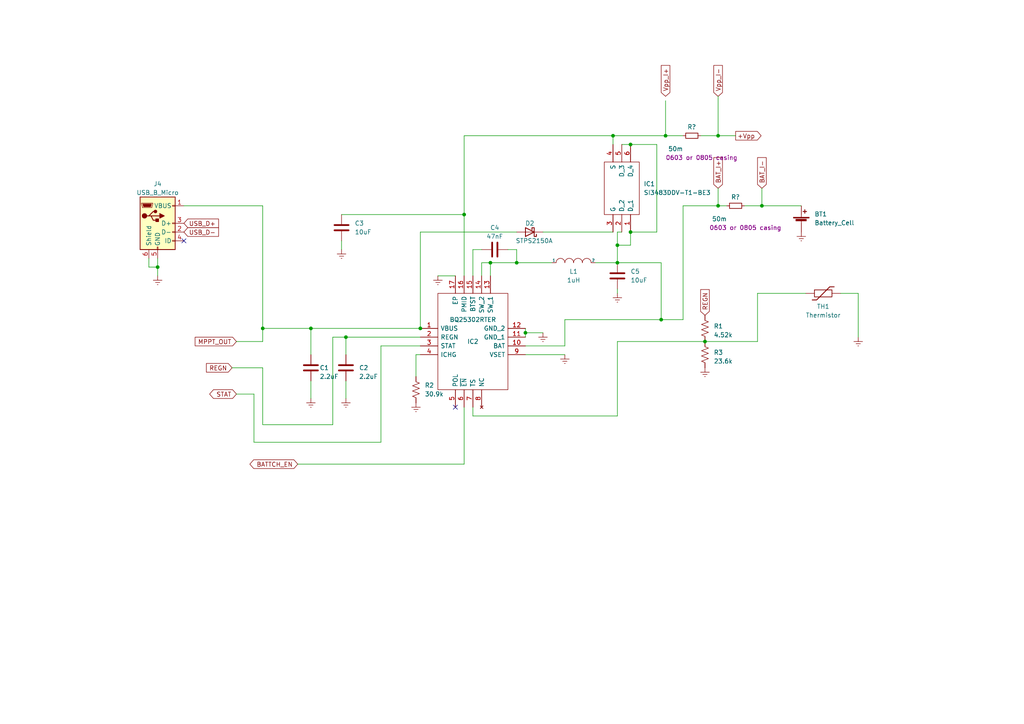
<source format=kicad_sch>
(kicad_sch (version 20230121) (generator eeschema)
  (paper "A4")
  (lib_symbols
    (symbol "Connector:USB_B_Micro" (pin_names (offset 1.016))
      (property "Reference" "J" (at -5.08 11.43 0))
      (property "Value" "USB_B_Micro" (at -5.08 8.89 0))
      (symbol "USB_B_Micro_0_1"
        (rectangle (start -5.08 -7.62) (end 5.08 7.62) (stroke (width 0.254)) (fill (type background)))
        (circle (center -3.81 2.159) (radius 0.635) (stroke (width 0.254)) (fill (type outline)))
        (circle (center -0.635 3.429) (radius 0.381) (stroke (width 0.254)) (fill (type outline)))
        (rectangle (start -0.127 -7.62) (end 0.127 -6.858))
        (polyline (pts (xy -1.905 2.159) (xy 0.635 2.159)) (stroke (width 0.254)))
        (polyline (pts (xy -3.175 2.159) (xy -2.54 2.159) (xy -1.27 3.429) (xy -0.635 3.429)) (stroke (width 0.254)))
        (polyline (pts (xy -2.54 2.159) (xy -1.905 2.159) (xy -1.27 0.889) (xy 0 0.889)) (stroke (width 0.254)))
        (polyline (pts (xy 0.635 2.794) (xy 0.635 1.524) (xy 1.905 2.159) (xy 0.635 2.794)) (stroke (width 0.254)) (fill (type outline)))
        (polyline (pts (xy -4.318 5.588) (xy -1.778 5.588) (xy -2.032 4.826) (xy -4.064 4.826) (xy -4.318 5.588)) (fill (type outline)))
        (polyline (pts (xy -4.699 5.842) (xy -4.699 5.588) (xy -4.445 4.826) (xy -4.445 4.572) (xy -1.651 4.572) (xy -1.651 4.826) (xy -1.397 5.588) (xy -1.397 5.842) (xy -4.699 5.842)))
        (rectangle (start 0.254 1.27) (end -0.508 0.508) (stroke (width 0.254)) (fill (type outline)))
        (rectangle (start 5.08 -5.207) (end 4.318 -4.953))
        (rectangle (start 5.08 -2.667) (end 4.318 -2.413))
        (rectangle (start 5.08 -0.127) (end 4.318 0.127))
        (rectangle (start 5.08 4.953) (end 4.318 5.207))
      )
      (symbol "USB_B_Micro_1_1"
        (pin power_out line (at 7.62 5.08 180) (length 2.54) (name "VBUS") (number "1"))
        (pin bidirectional line (at 7.62 -2.54 180) (length 2.54) (name "D-") (number "2"))
        (pin bidirectional line (at 7.62 0 180) (length 2.54) (name "D+") (number "3"))
        (pin passive line (at 7.62 -5.08 180) (length 2.54) (name "ID") (number "4"))
        (pin power_out line (at 0 -10.16 90) (length 2.54) (name "GND") (number "5"))
        (pin passive line (at -2.54 -10.16 90) (length 2.54) (name "Shield") (number "6"))
      )
    )
    (symbol "Device:Battery_Cell" (pin_numbers hide) (pin_names (offset 0) hide)
      (property "Reference" "BT" (at 2.54 2.54 0))
      (property "Value" "Battery_Cell" (at 2.54 0 0))
      (symbol "Battery_Cell_0_1"
        (rectangle (start -2.286 1.778) (end 2.286 1.524) (fill (type outline)))
        (rectangle (start -1.5748 1.1938) (end 1.4732 0.6858) (fill (type outline)))
        (polyline (pts (xy 0 0.762) (xy 0 0)))
        (polyline (pts (xy 0 1.778) (xy 0 2.54)))
        (polyline (pts (xy 0.508 3.429) (xy 1.524 3.429)) (stroke (width 0.254)))
        (polyline (pts (xy 1.016 3.937) (xy 1.016 2.921)) (stroke (width 0.254)))
      )
      (symbol "Battery_Cell_1_1"
        (pin passive line (at 0 5.08 270) (length 2.54) (name "+") (number "1"))
        (pin passive line (at 0 -2.54 90) (length 2.54) (name "-") (number "2"))
      )
    )
    (symbol "Device:C" (pin_numbers hide) (pin_names (offset 0.254))
      (property "Reference" "C" (at 0.635 2.54 0))
      (property "Value" "C" (at 0.635 -2.54 0))
      (symbol "C_0_1"
        (polyline (pts (xy -2.032 -0.762) (xy 2.032 -0.762)) (stroke (width 0.508)))
        (polyline (pts (xy -2.032 0.762) (xy 2.032 0.762)) (stroke (width 0.508)))
      )
      (symbol "C_1_1"
        (pin passive line (at 0 3.81 270) (length 2.794) (name "~") (number "1"))
        (pin passive line (at 0 -3.81 90) (length 2.794) (name "~") (number "2"))
      )
    )
    (symbol "Device:D_Schottky" (pin_numbers hide) (pin_names (offset 1.016) hide)
      (property "Reference" "D" (at 0 2.54 0))
      (property "Value" "D_Schottky" (at 0 -2.54 0))
      (symbol "D_Schottky_0_1"
        (polyline (pts (xy 1.27 0) (xy -1.27 0)))
        (polyline (pts (xy 1.27 1.27) (xy 1.27 -1.27) (xy -1.27 0) (xy 1.27 1.27)) (stroke (width 0.254)))
        (polyline (pts (xy -1.905 0.635) (xy -1.905 1.27) (xy -1.27 1.27) (xy -1.27 -1.27) (xy -0.635 -1.27) (xy -0.635 -0.635)) (stroke (width 0.254)))
      )
      (symbol "D_Schottky_1_1"
        (pin passive line (at -3.81 0 0) (length 2.54) (name "K") (number "1"))
        (pin passive line (at 3.81 0 180) (length 2.54) (name "A") (number "2"))
      )
    )
    (symbol "Device:R_Small" (pin_numbers hide) (pin_names (offset 0.254) hide)
      (property "Reference" "R" (at 0.762 0.508 0))
      (property "Value" "R_Small" (at 0.762 -1.016 0))
      (symbol "R_Small_0_1"
        (rectangle (start -0.762 1.778) (end 0.762 -1.778) (stroke (width 0.2032)))
      )
      (symbol "R_Small_1_1"
        (pin passive line (at 0 2.54 270) (length 0.762) (name "~") (number "1"))
        (pin passive line (at 0 -2.54 90) (length 0.762) (name "~") (number "2"))
      )
    )
    (symbol "Device:R_US" (pin_numbers hide) (pin_names (offset 0))
      (property "Reference" "R" (at 2.54 0 90))
      (property "Value" "R_US" (at -2.54 0 90))
      (symbol "R_US_0_1"
        (polyline (pts (xy 0 -2.286) (xy 0 -2.54)))
        (polyline (pts (xy 0 2.286) (xy 0 2.54)))
        (polyline (pts (xy 0 -0.762) (xy 1.016 -1.143) (xy 0 -1.524) (xy -1.016 -1.905) (xy 0 -2.286)))
        (polyline (pts (xy 0 0.762) (xy 1.016 0.381) (xy 0 0) (xy -1.016 -0.381) (xy 0 -0.762)))
        (polyline (pts (xy 0 2.286) (xy 1.016 1.905) (xy 0 1.524) (xy -1.016 1.143) (xy 0 0.762)))
      )
      (symbol "R_US_1_1"
        (pin passive line (at 0 3.81 270) (length 1.27) (name "~") (number "1"))
        (pin passive line (at 0 -3.81 90) (length 1.27) (name "~") (number "2"))
      )
    )
    (symbol "Device:Thermistor" (pin_numbers hide) (pin_names (offset 0))
      (property "Reference" "TH" (at 2.54 1.27 90))
      (property "Value" "Thermistor" (at -2.54 0 90))
      (symbol "Thermistor_0_1"
        (rectangle (start -1.016 2.54) (end 1.016 -2.54) (stroke (width 0.2032)))
        (polyline (pts (xy -1.905 3.175) (xy -1.905 1.905) (xy 1.905 -1.905) (xy 1.905 -3.175) (xy 1.905 -3.175)) (stroke (width 0.254)))
      )
      (symbol "Thermistor_1_1"
        (pin passive line (at 0 5.08 270) (length 2.54) (name "~") (number "1"))
        (pin passive line (at 0 -5.08 90) (length 2.54) (name "~") (number "2"))
      )
    )
    (symbol "PFET SI3483DDV-T1-BE3:SI3483DDV-T1-BE3" (pin_names (offset 0.762))
      (property "Reference" "IC" (at 21.59 7.62 0))
      (property "Value" "SI3483DDV-T1-BE3" (at 21.59 5.08 0))
      (symbol "SI3483DDV-T1-BE3_0_0"
        (pin passive line (at 0 0 0) (length 5.08) (name "D_1") (number "1"))
        (pin passive line (at 0 -2.54 0) (length 5.08) (name "D_2") (number "2"))
        (pin passive line (at 0 -5.08 0) (length 5.08) (name "G") (number "3"))
        (pin passive line (at 25.4 -5.08 180) (length 5.08) (name "S") (number "4"))
        (pin passive line (at 25.4 -2.54 180) (length 5.08) (name "D_3") (number "5"))
        (pin passive line (at 25.4 0 180) (length 5.08) (name "D_4") (number "6"))
      )
      (symbol "SI3483DDV-T1-BE3_0_1"
        (polyline (pts (xy 5.08 2.54) (xy 20.32 2.54) (xy 20.32 -7.62) (xy 5.08 -7.62) (xy 5.08 2.54)) (stroke (width 0.1524)))
      )
    )
    (symbol "batt ch:BQ25302RTER" (pin_names (offset 0.762))
      (property "Reference" "IC" (at 26.67 15.24 0))
      (property "Value" "BQ25302RTER" (at 26.67 12.7 0))
      (symbol "BQ25302RTER_0_0"
        (pin passive line (at 0 0 0) (length 5.08) (name "VBUS") (number "1"))
        (pin passive line (at 30.48 -5.08 180) (length 5.08) (name "BAT") (number "10"))
        (pin passive line (at 30.48 -2.54 180) (length 5.08) (name "GND_1") (number "11"))
        (pin passive line (at 30.48 0 180) (length 5.08) (name "GND_2") (number "12"))
        (pin passive line (at 20.32 15.24 270) (length 5.08) (name "SW_1") (number "13"))
        (pin passive line (at 17.78 15.24 270) (length 5.08) (name "SW_2") (number "14"))
        (pin passive line (at 15.24 15.24 270) (length 5.08) (name "BTST") (number "15"))
        (pin passive line (at 12.7 15.24 270) (length 5.08) (name "PMID") (number "16"))
        (pin passive line (at 10.16 15.24 270) (length 5.08) (name "EP") (number "17"))
        (pin passive line (at 0 -2.54 0) (length 5.08) (name "REGN") (number "2"))
        (pin passive line (at 0 -5.08 0) (length 5.08) (name "STAT") (number "3"))
        (pin passive line (at 0 -7.62 0) (length 5.08) (name "ICHG") (number "4"))
        (pin passive line (at 10.16 -22.86 90) (length 5.08) (name "POL") (number "5"))
        (pin passive line (at 12.7 -22.86 90) (length 5.08) (name "~{EN}") (number "6"))
        (pin passive line (at 15.24 -22.86 90) (length 5.08) (name "TS") (number "7"))
        (pin no_connect line (at 17.78 -22.86 90) (length 5.08) (name "NC") (number "8"))
        (pin passive line (at 30.48 -7.62 180) (length 5.08) (name "VSET") (number "9"))
      )
      (symbol "BQ25302RTER_0_1"
        (polyline (pts (xy 5.08 10.16) (xy 25.4 10.16) (xy 25.4 -17.78) (xy 5.08 -17.78) (xy 5.08 10.16)) (stroke (width 0.1524)))
      )
    )
    (symbol "power:Earth" (power) (pin_numbers hide) (pin_names (offset 0) hide)
      (symbol "Earth_0_1"
        (polyline (pts (xy -0.635 -1.905) (xy 0.635 -1.905)))
        (polyline (pts (xy -0.127 -2.54) (xy 0.127 -2.54)))
        (polyline (pts (xy 0 -1.27) (xy 0 0)))
        (polyline (pts (xy 1.27 -1.27) (xy -1.27 -1.27)))
      )
      (symbol "Earth_1_1"
        (pin power_in line (at 0 0 270) (length 0) hide (name "Earth") (number "1"))
      )
    )
    (symbol "pspice:INDUCTOR" (pin_numbers hide) (pin_names (offset 0))
      (property "Reference" "L" (at 0 2.54 0))
      (property "Value" "INDUCTOR" (at 0 -1.27 0))
      (symbol "INDUCTOR_0_1"
        (arc (start -2.54 0) (mid -3.81 1.2645) (end -5.08 0))
        (arc (start 0 0) (mid -1.27 1.2645) (end -2.54 0))
        (arc (start 2.54 0) (mid 1.27 1.2645) (end 0 0))
        (arc (start 5.08 0) (mid 3.81 1.2645) (end 2.54 0))
      )
      (symbol "INDUCTOR_1_1"
        (pin input line (at -6.35 0 0) (length 1.27) (name "1") (number "1"))
        (pin input line (at 6.35 0 180) (length 1.27) (name "2") (number "2"))
      )
    )
  )
  (junction (at 220.98 59.69))
  (junction (at 204.47 99.06))
  (junction (at 193.04 39.37))
  (junction (at 179.07 71.12))
  (junction (at 134.62 62.23))
  (junction (at 90.17 95.25))
  (junction (at 121.92 95.25))
  (junction (at 177.8 39.37))
  (junction (at 182.88 41.91))
  (junction (at 45.72 77.47))
  (junction (at 191.77 92.71))
  (junction (at 182.88 67.31))
  (junction (at 149.86 76.2))
  (junction (at 76.2 95.25))
  (junction (at 152.4 96.52))
  (junction (at 142.24 76.2))
  (junction (at 208.28 39.37))
  (junction (at 208.28 59.69))
  (junction (at 179.07 76.2))
  (junction (at 100.33 97.79))
  (no_connect (at 53.34 69.85))
  (no_connect (at 132.08 118.11))
  (bus_entry (at 321.31 36.83) (size 2.54 2.54))
  (wire (pts (xy 90.17 110.49) (xy 90.17 115.57)))
  (wire (pts (xy 68.58 99.06) (xy 76.2 99.06)))
  (wire (pts (xy 86.36 134.62) (xy 134.62 134.62)))
  (wire (pts (xy 198.12 59.69) (xy 198.12 92.71)))
  (wire (pts (xy 76.2 99.06) (xy 76.2 95.25)))
  (wire (pts (xy 152.4 95.25) (xy 152.4 96.52)))
  (wire (pts (xy 100.33 110.49) (xy 100.33 115.57)))
  (wire (pts (xy 43.18 74.93) (xy 43.18 77.47)))
  (wire (pts (xy 121.92 100.33) (xy 110.49 100.33)))
  (wire (pts (xy 163.83 92.71) (xy 191.77 92.71)))
  (wire (pts (xy 149.86 67.31) (xy 121.92 67.31)))
  (wire (pts (xy 179.07 67.31) (xy 180.34 67.31)))
  (wire (pts (xy 248.92 85.09) (xy 248.92 97.79)))
  (wire (pts (xy 219.71 85.09) (xy 233.68 85.09)))
  (wire (pts (xy 45.72 74.93) (xy 45.72 77.47)))
  (wire (pts (xy 179.07 120.65) (xy 179.07 99.06)))
  (wire (pts (xy 45.72 77.47) (xy 45.72 80.01)))
  (wire (pts (xy 137.16 118.11) (xy 137.16 120.65)))
  (wire (pts (xy 180.34 41.91) (xy 182.88 41.91)))
  (wire (pts (xy 53.34 59.69) (xy 76.2 59.69)))
  (wire (pts (xy 163.83 92.71) (xy 163.83 100.33)))
  (wire (pts (xy 179.07 76.2) (xy 191.77 76.2)))
  (wire (pts (xy 219.71 99.06) (xy 219.71 85.09)))
  (wire (pts (xy 139.7 80.01) (xy 139.7 76.2)))
  (wire (pts (xy 190.5 41.91) (xy 190.5 67.31)))
  (wire (pts (xy 179.07 71.12) (xy 179.07 76.2)))
  (wire (pts (xy 149.86 76.2) (xy 160.02 76.2)))
  (wire (pts (xy 179.07 83.82) (xy 179.07 85.09)))
  (wire (pts (xy 142.24 76.2) (xy 149.86 76.2)))
  (wire (pts (xy 73.66 114.3) (xy 68.58 114.3)))
  (wire (pts (xy 182.88 67.31) (xy 190.5 67.31)))
  (wire (pts (xy 76.2 95.25) (xy 90.17 95.25)))
  (wire (pts (xy 110.49 100.33) (xy 110.49 128.27)))
  (wire (pts (xy 177.8 39.37) (xy 177.8 41.91)))
  (wire (pts (xy 177.8 39.37) (xy 193.04 39.37)))
  (wire (pts (xy 100.33 97.79) (xy 100.33 102.87)))
  (wire (pts (xy 73.66 128.27) (xy 110.49 128.27)))
  (wire (pts (xy 182.88 67.31) (xy 182.88 71.12)))
  (wire (pts (xy 191.77 92.71) (xy 191.77 76.2)))
  (wire (pts (xy 139.7 76.2) (xy 142.24 76.2)))
  (wire (pts (xy 149.86 72.39) (xy 149.86 76.2)))
  (wire (pts (xy 134.62 118.11) (xy 134.62 134.62)))
  (wire (pts (xy 121.92 102.87) (xy 120.65 102.87)))
  (wire (pts (xy 220.98 54.61) (xy 220.98 59.69)))
  (wire (pts (xy 67.31 106.68) (xy 76.2 106.68)))
  (wire (pts (xy 243.84 85.09) (xy 248.92 85.09)))
  (wire (pts (xy 157.48 67.31) (xy 177.8 67.31)))
  (wire (pts (xy 134.62 39.37) (xy 134.62 62.23)))
  (wire (pts (xy 142.24 80.01) (xy 142.24 76.2)))
  (wire (pts (xy 139.7 72.39) (xy 137.16 72.39)))
  (wire (pts (xy 96.52 97.79) (xy 100.33 97.79)))
  (wire (pts (xy 127 80.01) (xy 132.08 80.01)))
  (wire (pts (xy 204.47 99.06) (xy 219.71 99.06)))
  (wire (pts (xy 193.04 39.37) (xy 198.12 39.37)))
  (wire (pts (xy 152.4 100.33) (xy 163.83 100.33)))
  (wire (pts (xy 152.4 102.87) (xy 163.83 102.87)))
  (wire (pts (xy 121.92 67.31) (xy 121.92 95.25)))
  (wire (pts (xy 208.28 54.61) (xy 208.28 59.69)))
  (wire (pts (xy 208.28 59.69) (xy 210.82 59.69)))
  (wire (pts (xy 208.28 39.37) (xy 213.36 39.37)))
  (wire (pts (xy 203.2 39.37) (xy 208.28 39.37)))
  (wire (pts (xy 152.4 96.52) (xy 152.4 97.79)))
  (wire (pts (xy 172.72 76.2) (xy 179.07 76.2)))
  (wire (pts (xy 198.12 59.69) (xy 208.28 59.69)))
  (wire (pts (xy 137.16 72.39) (xy 137.16 80.01)))
  (wire (pts (xy 43.18 77.47) (xy 45.72 77.47)))
  (wire (pts (xy 182.88 71.12) (xy 179.07 71.12)))
  (wire (pts (xy 100.33 97.79) (xy 121.92 97.79)))
  (wire (pts (xy 76.2 106.68) (xy 76.2 123.19)))
  (wire (pts (xy 120.65 102.87) (xy 120.65 109.22)))
  (wire (pts (xy 73.66 114.3) (xy 73.66 128.27)))
  (wire (pts (xy 76.2 59.69) (xy 76.2 95.25)))
  (wire (pts (xy 134.62 39.37) (xy 177.8 39.37)))
  (wire (pts (xy 208.28 27.94) (xy 208.28 39.37)))
  (wire (pts (xy 220.98 59.69) (xy 232.41 59.69)))
  (wire (pts (xy 99.06 69.85) (xy 99.06 72.39)))
  (wire (pts (xy 76.2 123.19) (xy 96.52 123.19)))
  (wire (pts (xy 147.32 72.39) (xy 149.86 72.39)))
  (wire (pts (xy 90.17 95.25) (xy 121.92 95.25)))
  (wire (pts (xy 191.77 92.71) (xy 198.12 92.71)))
  (wire (pts (xy 193.04 29.21) (xy 193.04 39.37)))
  (wire (pts (xy 96.52 97.79) (xy 96.52 123.19)))
  (wire (pts (xy 179.07 67.31) (xy 179.07 71.12)))
  (wire (pts (xy 134.62 80.01) (xy 134.62 62.23)))
  (wire (pts (xy 152.4 96.52) (xy 157.48 96.52)))
  (wire (pts (xy 182.88 41.91) (xy 190.5 41.91)))
  (wire (pts (xy 90.17 95.25) (xy 90.17 102.87)))
  (wire (pts (xy 137.16 120.65) (xy 179.07 120.65)))
  (wire (pts (xy 179.07 99.06) (xy 204.47 99.06)))
  (wire (pts (xy 215.9 59.69) (xy 220.98 59.69)))
  (wire (pts (xy 99.06 62.23) (xy 134.62 62.23)))
  (global_label "+Vpp" (shape output) (at 213.36 39.37 0) (property "Intersheetrefs" "${INTERSHEET_REFS}" (effects hide)))
  (global_label "USB_D+" (shape input) (at 53.34 64.77 0) (property "Intersheetrefs" "${INTERSHEET_REFS}" (effects hide)))
  (global_label "REGN" (shape input) (at 67.31 106.68 180) (property "Intersheetrefs" "${INTERSHEET_REFS}" (effects hide)))
  (global_label "Vpp_I-" (shape input) (at 208.28 27.94 90) (property "Intersheetrefs" "${INTERSHEET_REFS}" (effects hide)))
  (global_label "STAT" (shape bidirectional) (at 68.58 114.3 180) (property "Intersheetrefs" "${INTERSHEET_REFS}" (effects hide)))
  (global_label "USB_D-" (shape input) (at 53.34 67.31 0) (property "Intersheetrefs" "${INTERSHEET_REFS}" (effects hide)))
  (global_label "BATTCH_EN" (shape bidirectional) (at 86.36 134.62 180) (property "Intersheetrefs" "${INTERSHEET_REFS}" (effects hide)))
  (global_label "BAT_I+" (shape input) (at 208.28 54.61 90) (property "Intersheetrefs" "${INTERSHEET_REFS}" (effects hide)))
  (global_label "REGN" (shape input) (at 204.47 91.44 90) (property "Intersheetrefs" "${INTERSHEET_REFS}" (effects hide)))
  (global_label "MPPT_OUT" (shape input) (at 68.58 99.06 180) (property "Intersheetrefs" "${INTERSHEET_REFS}" (effects hide)))
  (global_label "Vpp_I+" (shape input) (at 193.04 27.94 90) (property "Intersheetrefs" "${INTERSHEET_REFS}" (effects hide)))
  (global_label "BAT_I-" (shape input) (at 220.98 54.61 90) (property "Intersheetrefs" "${INTERSHEET_REFS}" (effects hide)))
  (symbol (lib_id "Device:R_US") (at 204.47 95.25 180) (unit 1)
    (property "Reference" "R1" (at 207.01 94.615 0) (effects (justify right)))
    (property "Value" "4.52k" (at 207.01 97.155 0) (effects (justify right)))
    (property "Footprint" "rst 30.9k:RC0603FR-0730K9L" (effects hide))
    (instances (project "charg" (path "" (reference "R1") (unit 1))) (project "pcb" (path "" (reference "R24") (unit 1))))
  )
  (symbol (lib_id "Device:C") (at 90.17 106.68 0) (unit 1)
    (property "Reference" "C1" (at 92.71 106.68 0) (effects (justify left)))
    (property "Value" "2.2uF" (at 92.71 109.22 0) (effects (justify left)))
    (property "Footprint" "2.2uF:CAPC0603X33N" (effects hide))
    (instances (project "charg" (path "" (reference "C1") (unit 1))) (project "pcb" (path "" (reference "C5") (unit 1))))
  )
  (symbol (lib_id "Device:Thermistor") (at 238.76 85.09 90) (unit 1)
    (property "Reference" "TH1" (at 238.76 88.9 90))
    (property "Value" "Thermistor" (at 238.76 91.44 90))
    (property "Footprint" "Thermmy:103AT2" (effects hide))
  )
  (symbol (lib_id "Device:R_US") (at 204.47 102.87 180) (unit 1)
    (property "Reference" "R3" (at 207.01 102.235 0) (effects (justify right)))
    (property "Value" "23.6k" (at 207.01 104.775 0) (effects (justify right)))
    (property "Footprint" "rst 30.9k:RC0603FR-0730K9L" (effects hide))
    (instances (project "charg" (path "" (reference "R3") (unit 1))) (project "pcb" (path "" (reference "R25") (unit 1))))
  )
  (symbol (lib_id "pspice:INDUCTOR") (at 166.37 76.2 0) (unit 1)
    (property "Reference" "L1" (at 166.37 78.74 0))
    (property "Value" "1uH" (at 166.37 81.28 0))
    (property "Footprint" "1uH indc:IHHP0805ZHER1R0M01" (effects hide))
    (instances (project "charg" (path "" (reference "L1") (unit 1))) (project "pcb" (path "" (reference "L5") (unit 1))))
  )
  (symbol (lib_id "power:Earth") (at 45.72 80.01 0) (unit 1)
    (property "Reference" "#PWR04" (effects hide))
    (property "Value" "Earth" (effects hide))
  )
  (symbol (lib_id "Device:C") (at 179.07 80.01 0) (unit 1)
    (property "Reference" "C5" (at 182.88 78.7399 0) (effects (justify left)))
    (property "Value" "10uF" (at 182.88 81.2799 0) (effects (justify left)))
    (property "Footprint" "10uF MLCC:CAPC2012X94N" (effects hide))
    (instances (project "charg" (path "" (reference "C5") (unit 1))) (project "pcb" (path "" (reference "C33") (unit 1))))
  )
  (symbol (lib_id "power:Earth") (at 179.07 85.09 0) (unit 1)
    (property "Reference" "#PWR08" (effects hide))
    (property "Value" "Earth" (effects hide))
    (instances (project "charg" (path "" (reference "#PWR08") (unit 1))) (project "pcb" (path "" (reference "#PWR044") (unit 1))))
  )
  (symbol (lib_id "power:Earth") (at 157.48 96.52 0) (unit 1)
    (property "Reference" "#PWR06" (effects hide))
    (property "Value" "Earth" (effects hide))
    (instances (project "charg" (path "" (reference "#PWR06") (unit 1))) (project "pcb" (path "" (reference "#PWR042") (unit 1))))
  )
  (symbol (lib_id "Device:R_Small") (at 213.36 59.69 90) (unit 1)
    (property "Reference" "R?" (at 214.63 57.15 90) (effects (justify left)))
    (property "Value" "50m" (at 210.82 63.5 90) (effects (justify left)))
    (property "Footprint" "Resistor_SMD:R_0805_2012Metric" (effects hide))
    (property "Field4" "0603 or 0805 casing" (at 205.74 66.04 90) (effects (justify right)))
    (instances (project "FinalBoardCircuits" (path "" (reference "R?") (unit 1))) (project "pcb" (path "" (reference "R56") (unit 1)) (path "" (reference "R57") (unit 1))))
  )
  (symbol (lib_id "Device:D_Schottky") (at 153.67 67.31 180) (unit 1)
    (property "Reference" "D2" (at 153.67 64.77 0))
    (property "Value" "STPS2150A" (at 154.94 69.85 0))
    (property "Footprint" "Schottky DD with stock:DIOM5126X265N" (effects hide))
    (instances (project "charg" (path "" (reference "D2") (unit 1))) (project "pcb" (path "" (reference "D5") (unit 1))))
  )
  (symbol (lib_id "power:Earth") (at 90.17 115.57 0) (unit 1)
    (property "Reference" "#PWR01" (effects hide))
    (property "Value" "Earth" (effects hide))
    (instances (project "charg" (path "" (reference "#PWR01") (unit 1))) (project "pcb" (path "" (reference "#PWR02") (unit 1))))
  )
  (symbol (lib_id "power:Earth") (at 248.92 97.79 0) (unit 1)
    (property "Reference" "#PWR05" (effects hide))
    (property "Value" "Earth" (effects hide))
    (instances (project "charg" (path "" (reference "#PWR05") (unit 1))) (project "pcb" (path "" (reference "#PWR061") (unit 1))))
  )
  (symbol (lib_id "Connector:USB_B_Micro") (at 45.72 64.77 0) (unit 1)
    (property "Reference" "J4" (at 45.72 53.34 0))
    (property "Value" "USB_B_Micro" (at 45.72 55.88 0))
    (property "Footprint" "usbb:USB_Micro-B_Amphenol_10118194_Horizontal" (effects hide))
  )
  (symbol (lib_id "power:Earth") (at 120.65 116.84 0) (unit 1)
    (property "Reference" "#PWR04" (effects hide))
    (property "Value" "Earth" (effects hide))
    (instances (project "charg" (path "" (reference "#PWR04") (unit 1))) (project "pcb" (path "" (reference "#PWR040") (unit 1))))
  )
  (symbol (lib_id "batt ch:BQ25302RTER") (at 121.92 95.25 0) (unit 1)
    (property "Reference" "IC2" (at 137.16 99.06 0))
    (property "Value" "BQ25302RTER" (at 137.16 92.71 0))
    (property "Footprint" "Charger bq 25302:QFN50P300X300X80-17N-D" (effects hide))
    (property "Datasheet" "https://www.ti.com/lit/gpn/bq25302?HQS=ti-null-null-sf-df-pf-sep-wwe&DCM=yes" (effects hide))
    (property "Description" "Battery Management Standalone single cell 2.0-A buck battery charger 16-WQFN -40 to 85" (effects hide))
    (property "Height" "0.8" (effects hide))
    (property "Mouser Part Number" "595-BQ25302RTER" (effects hide))
    (property "Mouser Price/Stock" "https://www.mouser.co.uk/ProductDetail/Texas-Instruments/BQ25302RTER?qs=T94vaHKWudT5T0v43I60Mg%3D%3D" (effects hide))
    (property "Manufacturer_Name" "Texas Instruments" (effects hide))
    (property "Manufacturer_Part_Number" "BQ25302RTER" (effects hide))
    (instances (project "charg" (path "" (reference "IC2") (unit 1))) (project "pcb" (path "" (reference "IC1") (unit 1))))
  )
  (symbol (lib_id "Device:R_Small") (at 200.66 39.37 90) (unit 1)
    (property "Reference" "R?" (at 201.93 36.83 90) (effects (justify left)))
    (property "Value" "50m" (at 198.12 43.18 90) (effects (justify left)))
    (property "Footprint" "Resistor_SMD:R_0805_2012Metric" (effects hide))
    (property "Field4" "0603 or 0805 casing" (at 193.04 45.72 90) (effects (justify right)))
    (instances (project "FinalBoardCircuits" (path "" (reference "R?") (unit 1))) (project "pcb" (path "" (reference "R56") (unit 1)) (path "" (reference "R58") (unit 1))))
  )
  (symbol (lib_id "Device:R_US") (at 120.65 113.03 180) (unit 1)
    (property "Reference" "R2" (at 123.19 111.7599 0) (effects (justify right)))
    (property "Value" "30.9k" (at 123.19 114.2999 0) (effects (justify right)))
    (property "Footprint" "rst 30.9k:RC0603FR-0730K9L" (effects hide))
    (instances (project "charg" (path "" (reference "R2") (unit 1))) (project "pcb" (path "" (reference "R5") (unit 1))))
  )
  (symbol (lib_id "Device:C") (at 143.51 72.39 90) (unit 1)
    (property "Reference" "C4" (at 143.51 66.04 90))
    (property "Value" "47nF" (at 143.51 68.58 90))
    (property "Footprint" "47nF:C1005_Commercial" (effects hide))
    (instances (project "charg" (path "" (reference "C4") (unit 1))) (project "pcb" (path "" (reference "C32") (unit 1))))
  )
  (symbol (lib_id "Device:Battery_Cell") (at 232.41 64.77 0) (unit 1)
    (property "Reference" "BT1" (at 236.22 62.103 0) (effects (justify left)))
    (property "Value" "Battery_Cell" (at 236.22 64.643 0) (effects (justify left)))
    (property "Footprint" "Battery:BatteryHolder_Keystone_1042_1x18650" (effects hide))
  )
  (symbol (lib_id "power:Earth") (at 163.83 102.87 0) (unit 1)
    (property "Reference" "#PWR07" (effects hide))
    (property "Value" "Earth" (effects hide))
    (instances (project "charg" (path "" (reference "#PWR07") (unit 1))) (project "pcb" (path "" (reference "#PWR043") (unit 1))))
  )
  (symbol (lib_id "power:Earth") (at 100.33 115.57 0) (unit 1)
    (property "Reference" "#PWR02" (effects hide))
    (property "Value" "Earth" (effects hide))
    (instances (project "charg" (path "" (reference "#PWR02") (unit 1))) (project "pcb" (path "" (reference "#PWR039") (unit 1))))
  )
  (symbol (lib_id "PFET SI3483DDV-T1-BE3:SI3483DDV-T1-BE3") (at 182.88 67.31 270) (mirror x) (unit 1)
    (property "Reference" "IC1" (at 186.69 53.3399 90) (effects (justify left)))
    (property "Value" "SI3483DDV-T1-BE3" (at 186.69 55.8799 90) (effects (justify left)))
    (property "Footprint" "PFET:SOT95P284X110-6N" (effects hide))
    (property "Description" "MOSFET P-CHANNEL 30-V (D-S)" (effects hide))
    (property "Height" "1.1" (effects hide))
    (property "Mouser Part Number" "78-SI3483DDV-T1-BE3" (effects hide))
    (property "Mouser Price/Stock" "https://www.mouser.co.uk/ProductDetail/Vishay-Siliconix/SI3483DDV-T1-BE3?qs=CiayqK2gdcISfQJWSfJFHA%3D%3D" (effects hide))
    (property "Manufacturer_Name" "Vishay" (effects hide))
    (property "Manufacturer_Part_Number" "SI3483DDV-T1-BE3" (effects hide))
    (instances (project "charg" (path "" (reference "IC1") (unit 1))) (project "pcb" (path "" (reference "IC3") (unit 1))))
  )
  (symbol (lib_id "Device:C") (at 100.33 106.68 0) (unit 1)
    (property "Reference" "C2" (at 104.14 106.68 0) (effects (justify left)))
    (property "Value" "2.2uF" (at 104.14 109.22 0) (effects (justify left)))
    (property "Footprint" "2.2uF:CAPC0603X33N" (effects hide))
    (instances (project "charg" (path "" (reference "C2") (unit 1))) (project "pcb" (path "" (reference "C31") (unit 1))))
  )
  (symbol (lib_id "power:Earth") (at 232.41 67.31 0) (unit 1)
    (property "Reference" "#PWR05" (effects hide))
    (property "Value" "Earth" (effects hide))
    (instances (project "charg" (path "" (reference "#PWR05") (unit 1))) (project "pcb" (path "" (reference "#PWR062") (unit 1))))
  )
  (symbol (lib_id "power:Earth") (at 127 80.01 0) (unit 1)
    (property "Reference" "#PWR010" (effects hide))
    (property "Value" "Earth" (effects hide))
    (instances (project "charg" (path "" (reference "#PWR010") (unit 1))) (project "pcb" (path "" (reference "#PWR041") (unit 1))))
  )
  (symbol (lib_id "Device:C") (at 99.06 66.04 0) (unit 1)
    (property "Reference" "C3" (at 102.87 64.7699 0) (effects (justify left)))
    (property "Value" "10uF" (at 102.87 67.3099 0) (effects (justify left)))
    (property "Footprint" "10uF MLCC:CAPC2012X94N" (effects hide))
    (instances (project "charg" (path "" (reference "C3") (unit 1))) (project "pcb" (path "" (reference "C30") (unit 1))))
  )
  (symbol (lib_id "power:Earth") (at 204.47 106.68 0) (unit 1)
    (property "Reference" "#PWR05" (effects hide))
    (property "Value" "Earth" (effects hide))
    (instances (project "charg" (path "" (reference "#PWR05") (unit 1))) (project "pcb" (path "" (reference "#PWR046") (unit 1))))
  )
  (symbol (lib_id "power:Earth") (at 99.06 72.39 0) (unit 1)
    (property "Reference" "#PWR03" (effects hide))
    (property "Value" "Earth" (effects hide))
    (instances (project "charg" (path "" (reference "#PWR03") (unit 1))) (project "pcb" (path "" (reference "#PWR038") (unit 1))))
  )
)
</source>
